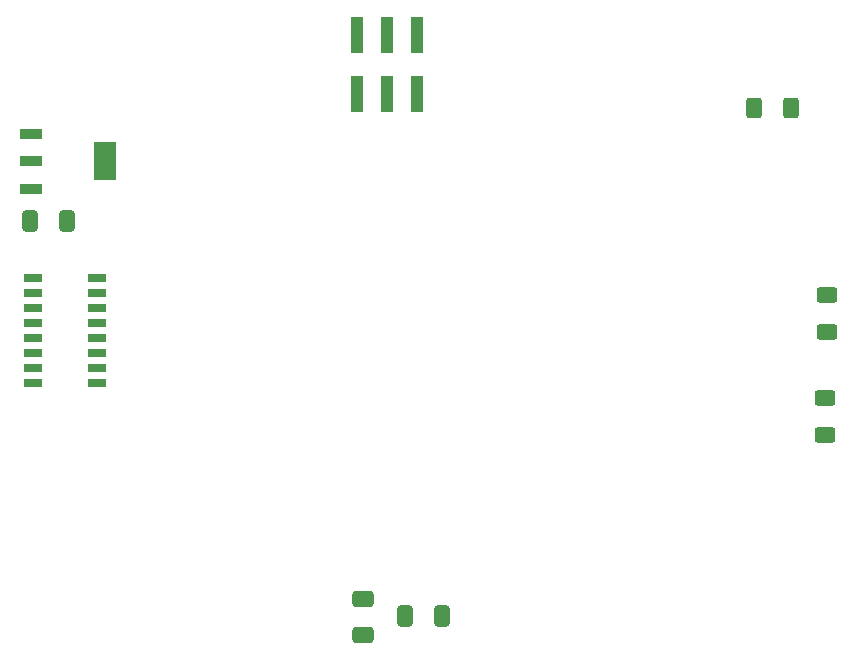
<source format=gbr>
%TF.GenerationSoftware,KiCad,Pcbnew,8.0.1-rc1*%
%TF.CreationDate,2024-05-25T10:36:43-07:00*%
%TF.ProjectId,AMS - CANBus Sensor - Temperature,414d5320-2d20-4434-914e-427573205365,rev?*%
%TF.SameCoordinates,Original*%
%TF.FileFunction,Paste,Top*%
%TF.FilePolarity,Positive*%
%FSLAX46Y46*%
G04 Gerber Fmt 4.6, Leading zero omitted, Abs format (unit mm)*
G04 Created by KiCad (PCBNEW 8.0.1-rc1) date 2024-05-25 10:36:43*
%MOMM*%
%LPD*%
G01*
G04 APERTURE LIST*
G04 Aperture macros list*
%AMRoundRect*
0 Rectangle with rounded corners*
0 $1 Rounding radius*
0 $2 $3 $4 $5 $6 $7 $8 $9 X,Y pos of 4 corners*
0 Add a 4 corners polygon primitive as box body*
4,1,4,$2,$3,$4,$5,$6,$7,$8,$9,$2,$3,0*
0 Add four circle primitives for the rounded corners*
1,1,$1+$1,$2,$3*
1,1,$1+$1,$4,$5*
1,1,$1+$1,$6,$7*
1,1,$1+$1,$8,$9*
0 Add four rect primitives between the rounded corners*
20,1,$1+$1,$2,$3,$4,$5,0*
20,1,$1+$1,$4,$5,$6,$7,0*
20,1,$1+$1,$6,$7,$8,$9,0*
20,1,$1+$1,$8,$9,$2,$3,0*%
G04 Aperture macros list end*
%ADD10RoundRect,0.250000X0.412500X0.650000X-0.412500X0.650000X-0.412500X-0.650000X0.412500X-0.650000X0*%
%ADD11RoundRect,0.250000X-0.650000X0.412500X-0.650000X-0.412500X0.650000X-0.412500X0.650000X0.412500X0*%
%ADD12RoundRect,0.250000X-0.625000X0.400000X-0.625000X-0.400000X0.625000X-0.400000X0.625000X0.400000X0*%
%ADD13R,1.525000X0.650000*%
%ADD14R,1.000000X3.150000*%
%ADD15RoundRect,0.250000X-0.400000X-0.625000X0.400000X-0.625000X0.400000X0.625000X-0.400000X0.625000X0*%
%ADD16R,1.850000X0.900000*%
%ADD17R,1.850000X3.200000*%
G04 APERTURE END LIST*
D10*
%TO.C,C17*%
X118974700Y-86057600D03*
X115849700Y-86057600D03*
%TD*%
D11*
%TO.C,C3*%
X144005700Y-118034500D03*
X144005700Y-121159500D03*
%TD*%
D12*
%TO.C,R10*%
X183193977Y-101059766D03*
X183193977Y-104159766D03*
%TD*%
%TO.C,R9*%
X183359918Y-92343572D03*
X183359918Y-95443572D03*
%TD*%
D13*
%TO.C,IC4*%
X116067100Y-90853000D03*
X116067100Y-92123000D03*
X116067100Y-93393000D03*
X116067100Y-94663000D03*
X116067100Y-95933000D03*
X116067100Y-97203000D03*
X116067100Y-98473000D03*
X116067100Y-99743000D03*
X121491100Y-99743000D03*
X121491100Y-98473000D03*
X121491100Y-97203000D03*
X121491100Y-95933000D03*
X121491100Y-94663000D03*
X121491100Y-93393000D03*
X121491100Y-92123000D03*
X121491100Y-90853000D03*
%TD*%
D14*
%TO.C,J4*%
X148585100Y-70282000D03*
X148585100Y-75332000D03*
X146045100Y-70282000D03*
X146045100Y-75332000D03*
X143505100Y-70282000D03*
X143505100Y-75332000D03*
%TD*%
D15*
%TO.C,R8*%
X177169968Y-76516523D03*
X180269968Y-76516523D03*
%TD*%
D16*
%TO.C,IC5*%
X115966900Y-78723300D03*
X115966900Y-81023300D03*
X115966900Y-83323300D03*
D17*
X122166900Y-81023300D03*
%TD*%
D10*
%TO.C,C5*%
X150719400Y-119543000D03*
X147594400Y-119543000D03*
%TD*%
M02*

</source>
